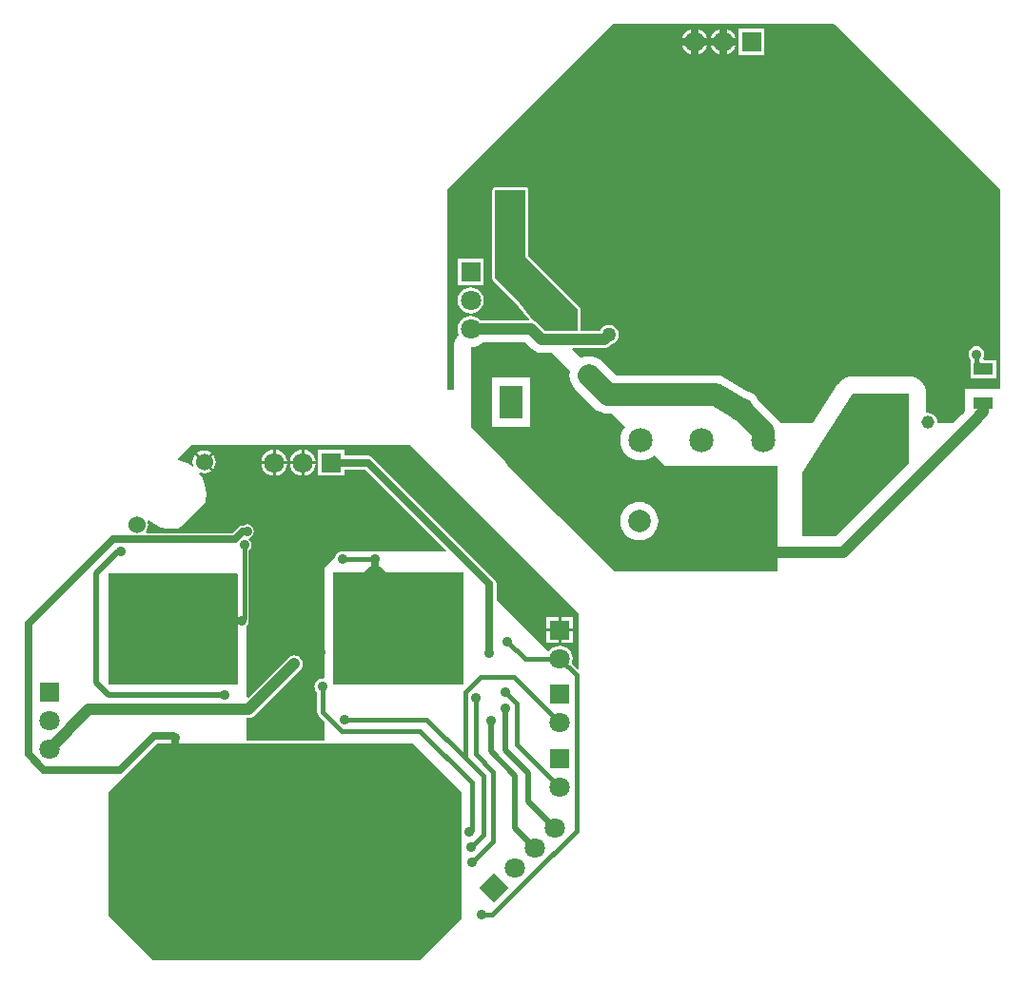
<source format=gtl>
G04 Layer_Physical_Order=1*
G04 Layer_Color=255*
%FSLAX44Y44*%
%MOMM*%
G71*
G01*
G75*
%ADD10R,1.8034X1.1120*%
%ADD11C,0.4000*%
%ADD12C,1.0000*%
%ADD13C,0.5000*%
%ADD14C,0.7000*%
%ADD15C,2.0000*%
%ADD16R,1.8000X1.8000*%
%ADD17C,1.8000*%
%ADD18C,1.5240*%
%ADD19R,1.8000X1.8000*%
%ADD20P,2.5456X4X90.0*%
%ADD21C,1.1684*%
%ADD22C,2.0000*%
%ADD23C,2.1590*%
%ADD24R,2.0000X2.0000*%
%ADD25R,2.0000X3.0000*%
%ADD26C,0.9000*%
%ADD27C,1.5000*%
%ADD28C,0.7000*%
%ADD29C,1.2700*%
G36*
X790000Y480000D02*
X725000Y415000D01*
X695000D01*
X695000Y471250D01*
X739517Y542000D01*
X790000D01*
Y480000D01*
D02*
G37*
G36*
X449000Y700000D02*
Y663000D01*
X486000Y626000D01*
X495000Y617000D01*
Y609000D01*
Y597565D01*
X466150D01*
X459138Y604578D01*
X457562Y605786D01*
X456466Y606240D01*
X440000Y626000D01*
X422000Y644000D01*
Y723000D01*
X449000D01*
Y700000D01*
D02*
G37*
G36*
X316520Y387066D02*
X317088Y387141D01*
X318800Y387851D01*
X319422Y388328D01*
X325250Y382500D01*
X393625Y382500D01*
Y350000D01*
Y283000D01*
X278000Y283000D01*
Y382500D01*
X305250D01*
X311078Y388328D01*
X311700Y387851D01*
X313412Y387141D01*
X313980Y387066D01*
Y394000D01*
X316520D01*
Y387066D01*
D02*
G37*
G36*
X454441Y581401D02*
X456948Y579478D01*
X459867Y578269D01*
X463000Y577856D01*
X472144D01*
X488344Y561656D01*
X488246Y561333D01*
X487917Y558000D01*
X488246Y554667D01*
X489218Y551463D01*
X490796Y548510D01*
X492921Y545921D01*
X509921Y528921D01*
X509921Y528921D01*
X512509Y526797D01*
X515463Y525218D01*
X518667Y524246D01*
X522000Y523918D01*
X526082D01*
X537905Y512095D01*
X536132Y509934D01*
X534480Y506843D01*
X533462Y503488D01*
X533119Y500000D01*
X533462Y496511D01*
X534480Y493157D01*
X536132Y490066D01*
X538356Y487356D01*
X541066Y485132D01*
X544157Y483480D01*
X547512Y482462D01*
X551000Y482119D01*
X554488Y482462D01*
X557843Y483480D01*
X560934Y485132D01*
X563095Y486905D01*
X573000Y477000D01*
X672891Y477000D01*
X672988Y384240D01*
X672091Y383341D01*
X528455D01*
X480898Y430898D01*
X479171Y432224D01*
X478497Y432503D01*
X432503Y478497D01*
X432224Y479171D01*
X430898Y480898D01*
X400000Y511796D01*
Y583123D01*
X403136Y583432D01*
X406153Y584346D01*
X408932Y585832D01*
X410473Y587096D01*
X448746D01*
X454441Y581401D01*
D02*
G37*
G36*
X392000Y187000D02*
Y74000D01*
X354750Y36750D01*
X117605Y36750D01*
X78000Y76355D01*
Y163700D01*
Y187000D01*
X121011Y230011D01*
X348989D01*
X392000Y187000D01*
D02*
G37*
G36*
X130963Y381963D02*
X157037Y381962D01*
X192102Y381963D01*
X193000Y381065D01*
Y283000D01*
X78115D01*
Y381963D01*
X130963Y381963D01*
D02*
G37*
G36*
X871115Y723391D02*
Y546102D01*
X840233D01*
Y526542D01*
X838748Y525057D01*
X837346Y523229D01*
X829116Y515000D01*
X816286D01*
X815448Y515955D01*
X815454Y516000D01*
X815166Y518188D01*
X814322Y520227D01*
X812978Y521978D01*
X811227Y523322D01*
X809188Y524166D01*
X807000Y524454D01*
X806027Y524326D01*
X805073Y525164D01*
Y542000D01*
X804783Y544940D01*
X803925Y547768D01*
X802532Y550374D01*
X800658Y552658D01*
X798374Y554532D01*
X795768Y555925D01*
X792941Y556783D01*
X790000Y557073D01*
X739517D01*
X739311Y557052D01*
X739104Y557067D01*
X737841Y556908D01*
X736576Y556783D01*
X736378Y556723D01*
X736172Y556697D01*
X734965Y556294D01*
X733749Y555925D01*
X733566Y555827D01*
X733369Y555762D01*
X732264Y555132D01*
X731143Y554532D01*
X730983Y554401D01*
X730803Y554298D01*
X729842Y553465D01*
X728859Y552658D01*
X728727Y552497D01*
X728571Y552362D01*
X727792Y551357D01*
X726984Y550374D01*
X726887Y550191D01*
X726760Y550027D01*
X704720Y515000D01*
X675521D01*
X674403Y517090D01*
X672279Y519679D01*
X672279Y519679D01*
X656407Y535551D01*
X655668Y536934D01*
X653444Y539644D01*
X650734Y541868D01*
X647643Y543520D01*
X645380Y544206D01*
X626641Y555597D01*
X625461Y556165D01*
X624305Y556782D01*
X623954Y556889D01*
X623623Y557048D01*
X622354Y557374D01*
X621101Y557754D01*
X620736Y557790D01*
X620380Y557882D01*
X619072Y557954D01*
X617768Y558082D01*
X529075D01*
X517079Y570079D01*
X514490Y572203D01*
X511537Y573782D01*
X508332Y574754D01*
X505000Y575082D01*
X501667Y574754D01*
X498463Y573782D01*
X497857Y573458D01*
X490134Y581182D01*
X490620Y582355D01*
X518960D01*
X520928Y582614D01*
X521872Y583005D01*
X522762Y583374D01*
X524338Y584582D01*
X525060Y585304D01*
X525321Y585339D01*
X527483Y586235D01*
X529340Y587660D01*
X530765Y589517D01*
X531661Y591679D01*
X531967Y594000D01*
X531661Y596321D01*
X530765Y598483D01*
X529340Y600340D01*
X527483Y601765D01*
X525321Y602661D01*
X523000Y602967D01*
X520679Y602661D01*
X518517Y601765D01*
X516660Y600340D01*
X515235Y598483D01*
X514854Y597565D01*
X497590D01*
Y609000D01*
Y617000D01*
X497393Y617991D01*
X496831Y618831D01*
X487831Y627831D01*
X451590Y664073D01*
Y700000D01*
Y723000D01*
X451393Y723991D01*
X450831Y724831D01*
X449991Y725393D01*
X449000Y725590D01*
X422000D01*
X421009Y725393D01*
X420169Y724831D01*
X419607Y723991D01*
X419410Y723000D01*
Y644000D01*
X419607Y643009D01*
X420169Y642169D01*
X438086Y624252D01*
X451666Y607955D01*
X451128Y606805D01*
X408710D01*
X408230Y607430D01*
X405820Y609280D01*
X403013Y610443D01*
X400000Y610840D01*
X396987Y610443D01*
X394180Y609280D01*
X391770Y607430D01*
X389920Y605020D01*
X388757Y602212D01*
X388360Y599200D01*
X388757Y596188D01*
X389650Y594033D01*
X389342Y593781D01*
X388872Y593208D01*
X388349Y592685D01*
X387937Y592069D01*
X387468Y591497D01*
X387119Y590844D01*
X386707Y590228D01*
X386424Y589544D01*
X386075Y588891D01*
X385860Y588182D01*
X385576Y587498D01*
X385432Y586772D01*
X385217Y586063D01*
X385145Y585326D01*
X385000Y584600D01*
Y583859D01*
X384927Y583123D01*
Y545114D01*
X378885D01*
Y723391D01*
X526609Y871115D01*
X723391D01*
X871115Y723391D01*
D02*
G37*
G36*
X496115Y346385D02*
Y296940D01*
X494942Y296454D01*
X490000Y301397D01*
X490493Y302588D01*
X490890Y305600D01*
X490493Y308612D01*
X489330Y311420D01*
X487480Y313830D01*
X485070Y315680D01*
X482262Y316843D01*
X479250Y317239D01*
X476237Y316843D01*
X473430Y315680D01*
X471020Y313830D01*
X469934Y312416D01*
X468667Y312333D01*
X422929Y358071D01*
Y372396D01*
X422460Y374752D01*
X421125Y376750D01*
X313471Y484405D01*
X311473Y485740D01*
X309116Y486208D01*
X287590D01*
Y491590D01*
X264510D01*
Y468510D01*
X287590D01*
Y473892D01*
X306565D01*
X378284Y402173D01*
X377798Y401000D01*
X316015D01*
X315250Y401101D01*
X314485Y401000D01*
X286765D01*
X286000Y401101D01*
X285235Y401000D01*
X284750D01*
X284676Y400927D01*
X284162Y400859D01*
X282450Y400149D01*
X280979Y399021D01*
X279851Y397550D01*
X279141Y395838D01*
X279074Y395323D01*
X270308Y386558D01*
X270308Y288942D01*
X269038Y287964D01*
X268000Y288101D01*
X266162Y287859D01*
X264450Y287149D01*
X262979Y286021D01*
X261851Y284550D01*
X261141Y282838D01*
X260899Y281000D01*
X261141Y279162D01*
X261851Y277450D01*
X262979Y275979D01*
X263371Y275678D01*
Y258000D01*
X263371Y258000D01*
X263723Y256229D01*
X264727Y254727D01*
X270308Y249146D01*
Y232250D01*
X201000Y232250D01*
Y252895D01*
X202500D01*
X204468Y253154D01*
X206303Y253914D01*
X207878Y255122D01*
X248378Y295622D01*
X249586Y297197D01*
X250346Y299032D01*
X250605Y301000D01*
X250346Y302968D01*
X249586Y304802D01*
X248378Y306378D01*
X246803Y307586D01*
X244968Y308346D01*
X243000Y308605D01*
X241032Y308346D01*
X239197Y307586D01*
X237622Y306378D01*
X202173Y270928D01*
X201000Y271415D01*
X201000Y335233D01*
X201887Y336561D01*
X202372Y339000D01*
X202099Y340373D01*
X202323Y341500D01*
Y401579D01*
X203319Y402244D01*
X204700Y404311D01*
X205185Y406750D01*
X204700Y409189D01*
X203319Y411256D01*
X202652Y411702D01*
X202920Y413050D01*
X203461Y413158D01*
X205529Y414539D01*
X206910Y416606D01*
X207395Y419045D01*
X206910Y421484D01*
X205529Y423551D01*
X203461Y424932D01*
X201022Y425418D01*
X198584Y424932D01*
X197784Y424398D01*
X197319D01*
X195270Y423990D01*
X193534Y422830D01*
X188057Y417353D01*
X111539D01*
X110913Y418623D01*
X111875Y419876D01*
X112899Y422348D01*
X113248Y425000D01*
X112899Y427652D01*
X112703Y428123D01*
X113760Y428891D01*
X115901Y427063D01*
X120057Y424515D01*
X124562Y422650D01*
X129302Y421512D01*
X134162Y421129D01*
X138786Y421493D01*
X139023Y421512D01*
X140021Y421751D01*
X140015Y421783D01*
X140782Y421935D01*
X142042Y422777D01*
X163223Y443958D01*
X164065Y445218D01*
X164219Y445995D01*
X164254Y445988D01*
X164475Y446908D01*
X164501Y447230D01*
X164858Y451776D01*
X164475Y456644D01*
X163335Y461392D01*
X161467Y465903D01*
X158915Y470067D01*
X158580Y470459D01*
X159348Y471516D01*
X160348Y471101D01*
X163000Y470752D01*
X165652Y471101D01*
X168124Y472125D01*
X169230Y472974D01*
X162102Y480102D01*
X154974Y487230D01*
X154125Y486124D01*
X153102Y483652D01*
X152752Y481000D01*
X153102Y478348D01*
X153512Y477356D01*
X152456Y476588D01*
X152031Y476951D01*
X147868Y479502D01*
X143356Y481371D01*
X139715Y482245D01*
X139320Y483646D01*
X151789Y496115D01*
X346385D01*
X496115Y346385D01*
D02*
G37*
%LPC*%
G36*
X550000Y445082D02*
X546667Y444754D01*
X543463Y443782D01*
X540510Y442203D01*
X537921Y440079D01*
X535797Y437490D01*
X534218Y434537D01*
X533246Y431333D01*
X532918Y428000D01*
X533246Y424667D01*
X534218Y421463D01*
X535797Y418510D01*
X537921Y415921D01*
X540510Y413797D01*
X543463Y412218D01*
X546667Y411246D01*
X550000Y410918D01*
X553333Y411246D01*
X556537Y412218D01*
X559490Y413797D01*
X562079Y415921D01*
X564203Y418510D01*
X565782Y421463D01*
X566754Y424667D01*
X567082Y428000D01*
X566754Y431333D01*
X565782Y434537D01*
X564203Y437490D01*
X562079Y440079D01*
X559490Y442203D01*
X556537Y443782D01*
X553333Y444754D01*
X550000Y445082D01*
D02*
G37*
G36*
X453000Y556000D02*
X419000D01*
Y512000D01*
X453000D01*
Y556000D01*
D02*
G37*
G36*
X610241Y851500D02*
X602700D01*
Y843959D01*
X605020Y844920D01*
X607430Y846770D01*
X609280Y849180D01*
X610241Y851500D01*
D02*
G37*
G36*
X635641D02*
X628100D01*
Y843959D01*
X630420Y844920D01*
X632830Y846770D01*
X634680Y849180D01*
X635641Y851500D01*
D02*
G37*
G36*
X595700D02*
X588159D01*
X589120Y849180D01*
X590970Y846770D01*
X593380Y844920D01*
X595700Y843959D01*
Y851500D01*
D02*
G37*
G36*
X621100D02*
X613559D01*
X614520Y849180D01*
X616370Y846770D01*
X618780Y844920D01*
X621100Y843959D01*
Y851500D01*
D02*
G37*
G36*
X602700Y866041D02*
Y858500D01*
X610241D01*
X609280Y860820D01*
X607430Y863230D01*
X605020Y865080D01*
X602700Y866041D01*
D02*
G37*
G36*
X628100D02*
Y858500D01*
X635641D01*
X634680Y860820D01*
X632830Y863230D01*
X630420Y865080D01*
X628100Y866041D01*
D02*
G37*
G36*
X595700Y866041D02*
X593380Y865080D01*
X590970Y863230D01*
X589120Y860820D01*
X588159Y858500D01*
X595700D01*
Y866041D01*
D02*
G37*
G36*
X621100D02*
X618780Y865080D01*
X616370Y863230D01*
X614520Y860820D01*
X613559Y858500D01*
X621100D01*
Y866041D01*
D02*
G37*
G36*
X661540Y866540D02*
X638460D01*
Y843460D01*
X661540D01*
Y866540D01*
D02*
G37*
G36*
X400000Y636240D02*
X396987Y635843D01*
X394180Y634680D01*
X391770Y632830D01*
X389920Y630420D01*
X388757Y627612D01*
X388360Y624600D01*
X388757Y621587D01*
X389920Y618780D01*
X391770Y616370D01*
X394180Y614520D01*
X396987Y613357D01*
X400000Y612960D01*
X403013Y613357D01*
X405820Y614520D01*
X408230Y616370D01*
X410080Y618780D01*
X411243Y621587D01*
X411640Y624600D01*
X411243Y627612D01*
X410080Y630420D01*
X408230Y632830D01*
X405820Y634680D01*
X403013Y635843D01*
X400000Y636240D01*
D02*
G37*
G36*
X411540Y661540D02*
X388460D01*
Y638460D01*
X411540D01*
Y661540D01*
D02*
G37*
G36*
X850000Y583879D02*
X848162Y583637D01*
X846450Y582927D01*
X844979Y581799D01*
X843851Y580328D01*
X843141Y578616D01*
X842899Y576778D01*
X843141Y574940D01*
X843851Y573228D01*
X844258Y572696D01*
X844693Y571558D01*
X844693Y571558D01*
X844693Y571558D01*
Y555358D01*
X867807D01*
Y571558D01*
X856469D01*
X855843Y572828D01*
X856149Y573228D01*
X856859Y574940D01*
X857101Y576778D01*
X856859Y578616D01*
X856149Y580328D01*
X855021Y581799D01*
X853550Y582927D01*
X851838Y583637D01*
X850000Y583879D01*
D02*
G37*
G36*
X249380Y478780D02*
X239178D01*
X239407Y477038D01*
X240570Y474230D01*
X242419Y471820D01*
X244830Y469970D01*
X247637Y468807D01*
X249380Y468578D01*
Y478780D01*
D02*
G37*
G36*
X171026Y487230D02*
X164796Y481000D01*
X171026Y474770D01*
X171875Y475876D01*
X172899Y478348D01*
X173248Y481000D01*
X172899Y483652D01*
X171875Y486124D01*
X171026Y487230D01*
D02*
G37*
G36*
X223980Y491522D02*
X222237Y491293D01*
X219430Y490130D01*
X217020Y488280D01*
X215170Y485870D01*
X214007Y483063D01*
X213778Y481320D01*
X223980D01*
Y491522D01*
D02*
G37*
G36*
X236722Y478780D02*
X226520D01*
Y468578D01*
X228263Y468807D01*
X231070Y469970D01*
X233480Y471820D01*
X235330Y474230D01*
X236493Y477038D01*
X236722Y478780D01*
D02*
G37*
G36*
X262122D02*
X251920D01*
Y468578D01*
X253662Y468807D01*
X256470Y469970D01*
X258880Y471820D01*
X260730Y474230D01*
X261893Y477038D01*
X262122Y478780D01*
D02*
G37*
G36*
X477980Y342540D02*
X467710D01*
Y332270D01*
X477980D01*
Y342540D01*
D02*
G37*
G36*
X490790Y329730D02*
X480520D01*
Y319460D01*
X490790D01*
Y329730D01*
D02*
G37*
G36*
X477980D02*
X467710D01*
Y319460D01*
X477980D01*
Y329730D01*
D02*
G37*
G36*
X223980Y478780D02*
X213778D01*
X214007Y477038D01*
X215170Y474230D01*
X217020Y471820D01*
X219430Y469970D01*
X222237Y468807D01*
X223980Y468578D01*
Y478780D01*
D02*
G37*
G36*
X490790Y342540D02*
X480520D01*
Y332270D01*
X490790D01*
Y342540D01*
D02*
G37*
G36*
X251920Y491522D02*
Y481320D01*
X262122D01*
X261893Y483063D01*
X260730Y485870D01*
X258880Y488280D01*
X256470Y490130D01*
X253662Y491293D01*
X251920Y491522D01*
D02*
G37*
G36*
X163000Y491248D02*
X160348Y490899D01*
X157876Y489875D01*
X156770Y489026D01*
X163000Y482796D01*
X169230Y489026D01*
X168124Y489875D01*
X165652Y490899D01*
X163000Y491248D01*
D02*
G37*
G36*
X249380Y491522D02*
X247637Y491293D01*
X244830Y490130D01*
X242419Y488280D01*
X240570Y485870D01*
X239407Y483063D01*
X239178Y481320D01*
X249380D01*
Y491522D01*
D02*
G37*
G36*
X226520Y491522D02*
Y481320D01*
X236722D01*
X236493Y483063D01*
X235330Y485870D01*
X233480Y488280D01*
X231070Y490130D01*
X228263Y491293D01*
X226520Y491522D01*
D02*
G37*
%LPD*%
D10*
X856250Y563458D02*
D03*
Y533542D02*
D03*
D11*
X404250Y220750D02*
X420000Y205000D01*
Y143000D02*
Y205000D01*
X401000Y124000D02*
X420000Y143000D01*
X395000Y217000D02*
X411000Y201000D01*
Y149000D02*
Y201000D01*
X400000Y138000D02*
X411000Y149000D01*
X401000Y153000D02*
Y195000D01*
X355000Y241000D02*
X401000Y195000D01*
X285000Y241000D02*
X355000D01*
X479250Y305600D02*
X494190Y290660D01*
Y152407D02*
Y290660D01*
X448400Y305600D02*
X479250D01*
X433000Y321000D02*
X448400Y305600D01*
X198500Y406750D02*
X198813D01*
X198500Y341500D02*
Y406750D01*
X286000Y394000D02*
X315250D01*
X196000Y339000D02*
X198500Y341500D01*
X399000Y151000D02*
X401000Y153000D01*
X268000Y258000D02*
X285000Y241000D01*
X268000Y258000D02*
Y281000D01*
X288000Y251000D02*
X361000D01*
X395000Y217000D01*
Y276000D02*
X408750Y289750D01*
X395000Y217000D02*
Y276000D01*
X431000Y276000D02*
X441250Y265750D01*
Y229500D02*
Y265750D01*
Y229500D02*
X479250Y191500D01*
X408750Y289750D02*
X438100D01*
X404250Y220750D02*
Y270500D01*
X438100Y289750D02*
X479250Y248600D01*
X452540Y111327D02*
X453110D01*
X419213Y78000D02*
X452540Y111327D01*
X410000Y78000D02*
X419213D01*
X453110Y111327D02*
X494190Y152407D01*
X850000Y569708D02*
Y576778D01*
Y569708D02*
X856250Y563458D01*
D12*
X665000Y405000D02*
X670000Y400000D01*
X731233D01*
X202500Y260500D02*
X243000Y301000D01*
X60200Y260500D02*
X202500D01*
X24950Y225250D02*
X60200Y260500D01*
X518960Y589960D02*
X523000Y594000D01*
X463000Y589960D02*
X518960D01*
X453760Y599200D02*
X463000Y589960D01*
X400000Y599200D02*
X453760D01*
X731233Y400000D02*
X847307Y516074D01*
Y516499D02*
X856250Y525442D01*
Y533542D01*
X847307Y516074D02*
Y516499D01*
D13*
X418000Y223000D02*
X439500Y201500D01*
Y154421D02*
Y201500D01*
Y154421D02*
X456960Y136960D01*
X86000Y401000D02*
X89000D01*
X66500Y381500D02*
X86000Y401000D01*
X103000Y425000D02*
X105795Y427795D01*
X418000Y223000D02*
Y250000D01*
X431000Y223868D02*
X451000Y203868D01*
Y178842D02*
Y203868D01*
Y178842D02*
X474921Y154921D01*
X431000Y223868D02*
Y261000D01*
X66500Y284500D02*
X78000Y273000D01*
X66500Y284500D02*
Y381500D01*
X78000Y273000D02*
X181250D01*
D14*
X137500Y211500D02*
Y235000D01*
X6520Y220480D02*
X20250Y206750D01*
X82000Y412000D02*
X190274D01*
X6520Y336520D02*
X82000Y412000D01*
X6520Y220480D02*
Y336520D01*
X197319Y419045D02*
X201022D01*
X190274Y412000D02*
X197319Y419045D01*
X182000Y339000D02*
X196000D01*
X315250Y359500D02*
Y394000D01*
X309116Y480050D02*
X416770Y372396D01*
Y310765D02*
Y372396D01*
X276050Y480050D02*
X309116D01*
X20250Y206750D02*
X88250D01*
X118500Y237000D01*
X135500D01*
X137500Y235000D01*
D15*
X660200Y500000D02*
Y507600D01*
X505000Y558000D02*
X522000Y541000D01*
X617768D01*
X640800Y527000D01*
X660200Y507600D01*
D16*
X479250Y331000D02*
D03*
X479250Y216900D02*
D03*
Y274000D02*
D03*
X400000Y650000D02*
D03*
X24950Y276050D02*
D03*
D17*
X479250Y305600D02*
D03*
X479250Y191500D02*
D03*
Y248600D02*
D03*
X250650Y480050D02*
D03*
X225250D02*
D03*
X439000Y119000D02*
D03*
X456960Y136960D02*
D03*
X474921Y154921D02*
D03*
X624600Y855000D02*
D03*
X599200D02*
D03*
X400000Y624600D02*
D03*
Y599200D02*
D03*
X24950Y250650D02*
D03*
Y225250D02*
D03*
D18*
X163000Y481000D02*
D03*
X103000Y425000D02*
D03*
D19*
X276050Y480050D02*
D03*
X650000Y855000D02*
D03*
D20*
X421040Y101039D02*
D03*
D21*
X807000Y516000D02*
D03*
X753967Y462967D02*
D03*
D22*
X657000Y428000D02*
D03*
X707000D02*
D03*
X550000D02*
D03*
X600000D02*
D03*
D23*
X660200Y500000D02*
D03*
X605600D02*
D03*
X551000D02*
D03*
X750000Y527000D02*
D03*
X695400D02*
D03*
X640800D02*
D03*
D24*
X435000Y738000D02*
D03*
X435000Y713000D02*
D03*
D25*
X436000Y534000D02*
D03*
Y571000D02*
D03*
D26*
X232000Y242500D02*
D03*
X137500Y235000D02*
D03*
X207000Y285250D02*
D03*
X198813Y406750D02*
D03*
X201022Y419045D02*
D03*
X315250Y394000D02*
D03*
X214000Y308750D02*
D03*
X262000Y410250D02*
D03*
X89000Y401000D02*
D03*
X214000Y351250D02*
D03*
X230750Y338500D02*
D03*
X196000Y339000D02*
D03*
X286000Y394000D02*
D03*
X399000Y151000D02*
D03*
X268000Y281000D02*
D03*
X288000Y251000D02*
D03*
X266250Y311250D02*
D03*
X400000Y138000D02*
D03*
X401000Y124000D02*
D03*
X404250Y270500D02*
D03*
X416770Y310765D02*
D03*
X433000Y321000D02*
D03*
X181250Y273000D02*
D03*
X243000Y301000D02*
D03*
X410000Y78000D02*
D03*
X418000Y250000D02*
D03*
X431000Y261000D02*
D03*
X850000Y576778D02*
D03*
X431000Y276000D02*
D03*
X329000Y438000D02*
D03*
X362000Y409000D02*
D03*
X352500Y467500D02*
D03*
X373000Y447000D02*
D03*
X400000Y420000D02*
D03*
X422500Y397500D02*
D03*
X296000Y444000D02*
D03*
X246500Y425000D02*
D03*
X247750Y351000D02*
D03*
D27*
X505000Y558000D02*
D03*
D28*
X521000Y579000D02*
D03*
X545000Y580000D02*
D03*
X508000Y615000D02*
D03*
X503000Y713000D02*
D03*
X497000Y642000D02*
D03*
X508000Y627000D02*
D03*
X474000Y601000D02*
D03*
Y610000D02*
D03*
X483000Y601000D02*
D03*
Y610000D02*
D03*
D29*
X523000Y594000D02*
D03*
M02*

</source>
